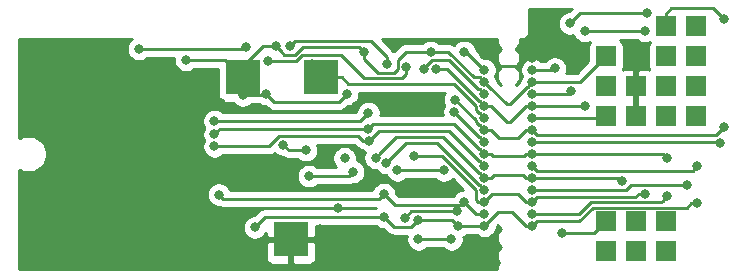
<source format=gbr>
G04 #@! TF.GenerationSoftware,KiCad,Pcbnew,(5.1.5)-3*
G04 #@! TF.CreationDate,2020-02-17T19:32:57-05:00*
G04 #@! TF.ProjectId,PicoTrackerWSPR1Rev6,5069636f-5472-4616-936b-657257535052,rev?*
G04 #@! TF.SameCoordinates,Original*
G04 #@! TF.FileFunction,Copper,L2,Bot*
G04 #@! TF.FilePolarity,Positive*
%FSLAX46Y46*%
G04 Gerber Fmt 4.6, Leading zero omitted, Abs format (unit mm)*
G04 Created by KiCad (PCBNEW (5.1.5)-3) date 2020-02-17 19:32:57*
%MOMM*%
%LPD*%
G04 APERTURE LIST*
%ADD10R,1.700000X1.700000*%
%ADD11R,3.000000X3.000000*%
%ADD12C,0.800000*%
%ADD13C,0.250000*%
%ADD14C,0.254000*%
G04 APERTURE END LIST*
D10*
X127571500Y-85217000D03*
X127571500Y-87757000D03*
X127571500Y-73787000D03*
X127571500Y-76327000D03*
X127571500Y-71247000D03*
D11*
X100901500Y-86741000D03*
X103441500Y-73025000D03*
D10*
X130111500Y-76327000D03*
X132651500Y-71247000D03*
X135191500Y-71247000D03*
X132651500Y-73787000D03*
X135191500Y-73787000D03*
X132651500Y-85217000D03*
X130111500Y-85217000D03*
X132651500Y-87757000D03*
X130111500Y-87757000D03*
X135191500Y-76327000D03*
X132651500Y-76327000D03*
X132651500Y-68707000D03*
X135191500Y-68707000D03*
X130111500Y-73787000D03*
D11*
X96837500Y-73025000D03*
D12*
X106426000Y-75438000D03*
X110998000Y-75692000D03*
X101092000Y-87376000D03*
X121348500Y-71374000D03*
X117284500Y-71120000D03*
X86868000Y-74676000D03*
X78740000Y-76962000D03*
X78740000Y-82042000D03*
X89408000Y-72136000D03*
X98806000Y-80772000D03*
X95758000Y-81534000D03*
X100838000Y-80772000D03*
X104902000Y-84074000D03*
X103378000Y-85852000D03*
X104394000Y-87884000D03*
X95504000Y-88392000D03*
X111188500Y-82169000D03*
X114046000Y-82550000D03*
X94996000Y-75184000D03*
X102191674Y-79174799D03*
X96837500Y-74549000D03*
X92027872Y-71543793D03*
X105450095Y-79846010D03*
X109918500Y-80899000D03*
X113850844Y-80894336D03*
X100244667Y-78702273D03*
X112731107Y-70860635D03*
X117279840Y-73410660D03*
X121348500Y-73406000D03*
X98806000Y-74422008D03*
X105664000Y-74422000D03*
X107082608Y-70850034D03*
X99631500Y-70358000D03*
X102806500Y-74041000D03*
X102679500Y-71845010D03*
X117279840Y-76458660D03*
X121348500Y-76454000D03*
X113202962Y-72299990D03*
X117279840Y-75442660D03*
X121348500Y-75438000D03*
X125793500Y-75438000D03*
X130873500Y-69088000D03*
X125793500Y-69088000D03*
X112202949Y-72299990D03*
X117279840Y-74426660D03*
X121348500Y-74422000D03*
X124523500Y-68453000D03*
X124613510Y-74168000D03*
X131064000Y-67563998D03*
X108775500Y-82896980D03*
X110536956Y-84926941D03*
X94794653Y-82934109D03*
X117279844Y-84577336D03*
X121348488Y-84582000D03*
X132778500Y-83058000D03*
X114959249Y-84357932D03*
X115570000Y-83566000D03*
X108775500Y-84836000D03*
X111655107Y-85096047D03*
X97853500Y-85725000D03*
X117284500Y-85598000D03*
X121348500Y-85598000D03*
X135318500Y-83693000D03*
X115088510Y-85603906D03*
X117279840Y-82545340D03*
X121348500Y-82550000D03*
X134402476Y-82141976D03*
X108966000Y-80264000D03*
X111331290Y-79668998D03*
X117284500Y-83566000D03*
X121348500Y-83566000D03*
X130903779Y-82866986D03*
X117284500Y-72390000D03*
X121348500Y-72390000D03*
X123253500Y-72263000D03*
X123888500Y-86233000D03*
X115570000Y-70866000D03*
X117284500Y-81534000D03*
X121348500Y-81534000D03*
X128968500Y-81788000D03*
X108069909Y-79820102D03*
X94424500Y-78867000D03*
X107542381Y-78398136D03*
X117284500Y-80518000D03*
X121348500Y-80518000D03*
X135318500Y-80518000D03*
X94424500Y-77851000D03*
X107468658Y-77397923D03*
X117284500Y-79502000D03*
X121348500Y-79502000D03*
X132778500Y-79883000D03*
X114795448Y-74892555D03*
X117284500Y-77470000D03*
X121348500Y-77470000D03*
X137541527Y-77212068D03*
X137541527Y-68072000D03*
X114744500Y-75946000D03*
X117284500Y-78486000D03*
X121348500Y-78486000D03*
X137223500Y-78613000D03*
X94424500Y-76708000D03*
X107464512Y-76021664D03*
X114490500Y-86741000D03*
X111696500Y-86741000D03*
X109050286Y-71881855D03*
X100838000Y-70358000D03*
X88015502Y-70612000D03*
X110653961Y-72173747D03*
X98937522Y-71628000D03*
X97083591Y-70435916D03*
X102425500Y-81366052D03*
X106172000Y-81026000D03*
D13*
X117284500Y-71120000D02*
X117850185Y-71374000D01*
X117850185Y-71374000D02*
X118549742Y-72073557D01*
X118549742Y-72073557D02*
X120083258Y-72073557D01*
X120782815Y-71374000D02*
X121348500Y-71374000D01*
X120083258Y-72073557D02*
X120782815Y-71374000D01*
X96837500Y-74549000D02*
X96837500Y-73025000D01*
X113846180Y-80899000D02*
X113850844Y-80894336D01*
X109918500Y-80899000D02*
X113846180Y-80899000D01*
X102191674Y-79174799D02*
X100717193Y-79174799D01*
X100717193Y-79174799D02*
X100244667Y-78702273D01*
X117689159Y-73810659D02*
X119157472Y-75278972D01*
X119157472Y-75278972D02*
X119449869Y-75278972D01*
X117679839Y-73810659D02*
X117689159Y-73810659D01*
X117279840Y-73410660D02*
X117679839Y-73810659D01*
X119449869Y-75278972D02*
X120922842Y-73805999D01*
X120922842Y-73805999D02*
X120948501Y-73805999D01*
X120948501Y-73805999D02*
X121348500Y-73406000D01*
X125412500Y-73406000D02*
X127571500Y-71247000D01*
X121348500Y-73406000D02*
X125412500Y-73406000D01*
X96837500Y-74549000D02*
X98679008Y-74549000D01*
X98679008Y-74549000D02*
X98806000Y-74422008D01*
X99459991Y-75075999D02*
X105010001Y-75075999D01*
X105010001Y-75075999D02*
X105264001Y-74821999D01*
X98806000Y-74422008D02*
X99459991Y-75075999D01*
X105264001Y-74821999D02*
X105664000Y-74422000D01*
X116387659Y-73010661D02*
X116879841Y-73010661D01*
X112731107Y-70860635D02*
X114237633Y-70860635D01*
X114237633Y-70860635D02*
X116387659Y-73010661D01*
X116879841Y-73010661D02*
X117279840Y-73410660D01*
X109928951Y-71571415D02*
X109928951Y-72267419D01*
X108292723Y-72607001D02*
X107115347Y-71429625D01*
X107096514Y-70863940D02*
X107082608Y-70850034D01*
X109589369Y-72607001D02*
X108292723Y-72607001D01*
X107115347Y-70863940D02*
X107096514Y-70863940D01*
X110639730Y-70860635D02*
X109928951Y-71571415D01*
X107115347Y-71429625D02*
X107115347Y-70863940D01*
X112731107Y-70860635D02*
X110639730Y-70860635D01*
X109928951Y-72267419D02*
X109589369Y-72607001D01*
X92027872Y-71543793D02*
X95356293Y-71543793D01*
X95356293Y-71543793D02*
X96837500Y-73025000D01*
X100031499Y-70757999D02*
X99631500Y-70358000D01*
X101249501Y-71083001D02*
X100356501Y-71083001D01*
X96837500Y-73025000D02*
X96837500Y-72042668D01*
X96837500Y-72042668D02*
X98522168Y-70358000D01*
X100356501Y-71083001D02*
X100031499Y-70757999D01*
X101882467Y-70450035D02*
X101249501Y-71083001D01*
X99065815Y-70358000D02*
X99631500Y-70358000D01*
X106682609Y-70450035D02*
X101882467Y-70450035D01*
X107082608Y-70850034D02*
X106682609Y-70450035D01*
X98522168Y-70358000D02*
X99065815Y-70358000D01*
X127444500Y-76454000D02*
X127571500Y-76327000D01*
X121348500Y-76454000D02*
X127444500Y-76454000D01*
X105191500Y-73025000D02*
X105710938Y-73544438D01*
X105710938Y-73544438D02*
X114697523Y-73544438D01*
X116822837Y-76058661D02*
X116879841Y-76058661D01*
X116554838Y-75790662D02*
X116822837Y-76058661D01*
X103441500Y-73025000D02*
X105191500Y-73025000D01*
X114697523Y-73544438D02*
X116554838Y-75401753D01*
X116554838Y-75401753D02*
X116554838Y-75790662D01*
X116879841Y-76058661D02*
X117279840Y-76458660D01*
X113202962Y-72299990D02*
X114089486Y-72299990D01*
X114089486Y-72299990D02*
X116832157Y-75042661D01*
X116832157Y-75042661D02*
X116879841Y-75042661D01*
X116879841Y-75042661D02*
X117279840Y-75442660D01*
X117279840Y-75442660D02*
X117845525Y-75442660D01*
X117845525Y-75442660D02*
X119205837Y-76802972D01*
X119205837Y-76802972D02*
X119417843Y-76802972D01*
X119417843Y-76802972D02*
X120782815Y-75438000D01*
X120782815Y-75438000D02*
X121348500Y-75438000D01*
X121348500Y-75438000D02*
X125793500Y-75438000D01*
X125793500Y-69088000D02*
X130873500Y-69088000D01*
X121348500Y-74422000D02*
X124359510Y-74422000D01*
X124359510Y-74422000D02*
X124613510Y-74168000D01*
X130498315Y-67563998D02*
X131064000Y-67563998D01*
X124523500Y-68453000D02*
X125412502Y-67563998D01*
X125412502Y-67563998D02*
X130498315Y-67563998D01*
X114315575Y-71574988D02*
X116767248Y-74026661D01*
X112202949Y-72299990D02*
X112202949Y-72226999D01*
X116767248Y-74026661D02*
X116879841Y-74026661D01*
X112202949Y-72226999D02*
X112854960Y-71574988D01*
X116879841Y-74026661D02*
X117279840Y-74426660D01*
X112854960Y-71574988D02*
X114315575Y-71574988D01*
X126275099Y-83591988D02*
X132244512Y-83591988D01*
X132244512Y-83591988D02*
X132378501Y-83457999D01*
X125285087Y-84582000D02*
X126275099Y-83591988D01*
X132378501Y-83457999D02*
X132778500Y-83058000D01*
X121348488Y-84582000D02*
X125285087Y-84582000D01*
X95172544Y-83312000D02*
X94794653Y-82934109D01*
X108775500Y-82896980D02*
X108360480Y-83312000D01*
X108360480Y-83312000D02*
X95172544Y-83312000D01*
X114393564Y-84357932D02*
X114959249Y-84357932D01*
X111105965Y-84357932D02*
X114393564Y-84357932D01*
X110536956Y-84926941D02*
X111105965Y-84357932D01*
X115969999Y-83965999D02*
X115570000Y-83566000D01*
X116581336Y-84577336D02*
X115969999Y-83965999D01*
X117279844Y-84577336D02*
X116581336Y-84577336D01*
X115316000Y-83820000D02*
X115570000Y-83566000D01*
X108775500Y-82896980D02*
X109698520Y-83820000D01*
X109698520Y-83820000D02*
X115316000Y-83820000D01*
X111255108Y-85496046D02*
X111655107Y-85096047D01*
X108775500Y-84836000D02*
X109591442Y-85651942D01*
X109591442Y-85651942D02*
X111099212Y-85651942D01*
X98742500Y-84836000D02*
X97853500Y-85725000D01*
X108775500Y-84836000D02*
X98742500Y-84836000D01*
X117284500Y-85598000D02*
X118459528Y-84422972D01*
X118459528Y-84422972D02*
X119607787Y-84422972D01*
X119607787Y-84422972D02*
X120782815Y-85598000D01*
X120782815Y-85598000D02*
X121348500Y-85598000D01*
X111099212Y-85651942D02*
X111255108Y-85496046D01*
X121348500Y-85598000D02*
X121748499Y-85198001D01*
X121748499Y-85198001D02*
X125305497Y-85198001D01*
X134752815Y-83693000D02*
X135318500Y-83693000D01*
X126461499Y-84041999D02*
X134403816Y-84041999D01*
X134403816Y-84041999D02*
X134752815Y-83693000D01*
X125305497Y-85198001D02*
X126461499Y-84041999D01*
X114580651Y-85096047D02*
X115088510Y-85603906D01*
X115088510Y-85603906D02*
X117278594Y-85603906D01*
X117278594Y-85603906D02*
X117284500Y-85598000D01*
X111655107Y-85096047D02*
X114580651Y-85096047D01*
X129687528Y-82141976D02*
X133836791Y-82141976D01*
X133836791Y-82141976D02*
X134402476Y-82141976D01*
X121348500Y-82550000D02*
X129279504Y-82550000D01*
X129279504Y-82550000D02*
X129687528Y-82141976D01*
X116879841Y-82145341D02*
X116822837Y-82145341D01*
X113271497Y-78594001D02*
X110635999Y-78594001D01*
X110635999Y-78594001D02*
X109365999Y-79864001D01*
X116822837Y-82145341D02*
X113271497Y-78594001D01*
X109365999Y-79864001D02*
X108966000Y-80264000D01*
X117279840Y-82545340D02*
X116879841Y-82145341D01*
X111331290Y-79668998D02*
X113710083Y-79668998D01*
X113710083Y-79668998D02*
X116554838Y-82513753D01*
X116554838Y-82513753D02*
X116554838Y-83402023D01*
X116554838Y-83402023D02*
X116718815Y-83566000D01*
X116718815Y-83566000D02*
X117284500Y-83566000D01*
X117284500Y-83566000D02*
X117951528Y-82898972D01*
X117951528Y-82898972D02*
X120115787Y-82898972D01*
X120115787Y-82898972D02*
X120782815Y-83566000D01*
X120782815Y-83566000D02*
X121348500Y-83566000D01*
X130338094Y-82866986D02*
X130903779Y-82866986D01*
X121772523Y-83141977D02*
X130063103Y-83141977D01*
X130063103Y-83141977D02*
X130338094Y-82866986D01*
X121348500Y-83566000D02*
X121772523Y-83141977D01*
X121348500Y-72390000D02*
X123126500Y-72390000D01*
X123126500Y-72390000D02*
X123253500Y-72263000D01*
X126555500Y-86233000D02*
X127571500Y-85217000D01*
X123888500Y-86233000D02*
X126555500Y-86233000D01*
X115760500Y-70866000D02*
X115570000Y-70866000D01*
X117284500Y-72390000D02*
X115760500Y-70866000D01*
X117284500Y-81534000D02*
X117850185Y-81534000D01*
X117850185Y-81534000D02*
X118104185Y-81280000D01*
X118104185Y-81280000D02*
X120528815Y-81280000D01*
X120528815Y-81280000D02*
X120782815Y-81534000D01*
X120782815Y-81534000D02*
X121348500Y-81534000D01*
X128714500Y-81534000D02*
X128968500Y-81788000D01*
X121348500Y-81534000D02*
X128714500Y-81534000D01*
X117284500Y-81534000D02*
X116884501Y-81134001D01*
X108469908Y-79420103D02*
X108069909Y-79820102D01*
X113779497Y-78086001D02*
X109804010Y-78086001D01*
X116827497Y-81134001D02*
X113779497Y-78086001D01*
X116884501Y-81134001D02*
X116827497Y-81134001D01*
X109804010Y-78086001D02*
X108469908Y-79420103D01*
X99896666Y-77977272D02*
X106555832Y-77977272D01*
X106976696Y-78398136D02*
X107542381Y-78398136D01*
X106555832Y-77977272D02*
X106976696Y-78398136D01*
X94424500Y-78867000D02*
X99006938Y-78867000D01*
X99006938Y-78867000D02*
X99896666Y-77977272D01*
X116827497Y-80118001D02*
X116884501Y-80118001D01*
X114287497Y-77578001D02*
X116827497Y-80118001D01*
X107542381Y-78398136D02*
X108362516Y-77578001D01*
X108362516Y-77578001D02*
X114287497Y-77578001D01*
X116884501Y-80118001D02*
X117284500Y-80518000D01*
X121348500Y-80518000D02*
X121748499Y-80917999D01*
X134918501Y-80917999D02*
X135318500Y-80518000D01*
X121748499Y-80917999D02*
X134918501Y-80917999D01*
X106902973Y-77397923D02*
X107468658Y-77397923D01*
X94424500Y-77851000D02*
X94877577Y-77397923D01*
X116827497Y-79102001D02*
X116884501Y-79102001D01*
X107868657Y-76997924D02*
X114723420Y-76997924D01*
X107468658Y-77397923D02*
X107868657Y-76997924D01*
X114723420Y-76997924D02*
X116827497Y-79102001D01*
X116884501Y-79102001D02*
X117284500Y-79502000D01*
X117284500Y-79502000D02*
X117850185Y-79502000D01*
X117850185Y-79502000D02*
X118018514Y-79670329D01*
X118018514Y-79670329D02*
X120614486Y-79670329D01*
X120614486Y-79670329D02*
X120782815Y-79502000D01*
X120782815Y-79502000D02*
X121348500Y-79502000D01*
X94877577Y-77397923D02*
X106902973Y-77397923D01*
X132397500Y-79502000D02*
X132778500Y-79883000D01*
X121348500Y-79502000D02*
X132397500Y-79502000D01*
X116559498Y-76656605D02*
X116559498Y-76802002D01*
X116827497Y-77070001D02*
X116884501Y-77070001D01*
X116559498Y-76802002D02*
X116827497Y-77070001D01*
X114795448Y-74892555D02*
X116559498Y-76656605D01*
X116884501Y-77070001D02*
X117284500Y-77470000D01*
X117284500Y-77470000D02*
X117850185Y-77470000D01*
X117850185Y-77470000D02*
X118518184Y-78137999D01*
X118518184Y-78137999D02*
X120114816Y-78137999D01*
X120114816Y-78137999D02*
X120782815Y-77470000D01*
X120782815Y-77470000D02*
X121348500Y-77470000D01*
X121348500Y-77470000D02*
X121748499Y-77869999D01*
X121748499Y-77869999D02*
X136883596Y-77869999D01*
X136883596Y-77869999D02*
X137541527Y-77212068D01*
X132651500Y-68707000D02*
X132651500Y-67607000D01*
X137141528Y-67672001D02*
X137541527Y-68072000D01*
X133094499Y-67164001D02*
X136633528Y-67164001D01*
X132651500Y-67607000D02*
X133094499Y-67164001D01*
X136633528Y-67164001D02*
X137141528Y-67672001D01*
X115144499Y-76403003D02*
X116827497Y-78086001D01*
X114744500Y-75946000D02*
X115144499Y-76345999D01*
X115144499Y-76345999D02*
X115144499Y-76403003D01*
X116827497Y-78086001D02*
X116884501Y-78086001D01*
X116884501Y-78086001D02*
X117284500Y-78486000D01*
X121348500Y-78486000D02*
X137096500Y-78486000D01*
X137096500Y-78486000D02*
X137223500Y-78613000D01*
X94424500Y-76708000D02*
X106778176Y-76708000D01*
X106778176Y-76708000D02*
X107464512Y-76021664D01*
X114490500Y-86741000D02*
X111696500Y-86741000D01*
X109050286Y-71881855D02*
X109050286Y-71316170D01*
X109050286Y-71316170D02*
X107692117Y-69958001D01*
X107692117Y-69958001D02*
X101237999Y-69958001D01*
X101237999Y-69958001D02*
X100838000Y-70358000D01*
X107095929Y-73094427D02*
X105121511Y-71120009D01*
X105121511Y-71120009D02*
X101848904Y-71120009D01*
X99503207Y-71628000D02*
X98937522Y-71628000D01*
X110653961Y-72739432D02*
X110298966Y-73094427D01*
X101848904Y-71120009D02*
X101340913Y-71628000D01*
X101340913Y-71628000D02*
X99503207Y-71628000D01*
X110298966Y-73094427D02*
X107095929Y-73094427D01*
X110653961Y-72173747D02*
X110653961Y-72739432D01*
X96907507Y-70612000D02*
X97083591Y-70435916D01*
X88015502Y-70612000D02*
X96907507Y-70612000D01*
X102425500Y-81366052D02*
X105831948Y-81366052D01*
X105831948Y-81366052D02*
X106172000Y-81026000D01*
D14*
G36*
X87355728Y-69808063D02*
G01*
X87211565Y-69952226D01*
X87098297Y-70121744D01*
X87020276Y-70310102D01*
X86980502Y-70510061D01*
X86980502Y-70713939D01*
X87020276Y-70913898D01*
X87098297Y-71102256D01*
X87211565Y-71271774D01*
X87355728Y-71415937D01*
X87525246Y-71529205D01*
X87713604Y-71607226D01*
X87913563Y-71647000D01*
X88117441Y-71647000D01*
X88317400Y-71607226D01*
X88505758Y-71529205D01*
X88675276Y-71415937D01*
X88719213Y-71372000D01*
X91006767Y-71372000D01*
X90992872Y-71441854D01*
X90992872Y-71645732D01*
X91032646Y-71845691D01*
X91110667Y-72034049D01*
X91223935Y-72203567D01*
X91368098Y-72347730D01*
X91537616Y-72460998D01*
X91725974Y-72539019D01*
X91925933Y-72578793D01*
X92129811Y-72578793D01*
X92329770Y-72539019D01*
X92518128Y-72460998D01*
X92687646Y-72347730D01*
X92731583Y-72303793D01*
X94699428Y-72303793D01*
X94699428Y-74525000D01*
X94711688Y-74649482D01*
X94747998Y-74769180D01*
X94806963Y-74879494D01*
X94886315Y-74976185D01*
X94983006Y-75055537D01*
X95093320Y-75114502D01*
X95213018Y-75150812D01*
X95337500Y-75163072D01*
X96003026Y-75163072D01*
X96033563Y-75208774D01*
X96177726Y-75352937D01*
X96347244Y-75466205D01*
X96535602Y-75544226D01*
X96735561Y-75584000D01*
X96939439Y-75584000D01*
X97139398Y-75544226D01*
X97327756Y-75466205D01*
X97497274Y-75352937D01*
X97541211Y-75309000D01*
X98270527Y-75309000D01*
X98315744Y-75339213D01*
X98504102Y-75417234D01*
X98704061Y-75457008D01*
X98766198Y-75457008D01*
X98896191Y-75587001D01*
X98919990Y-75616000D01*
X98948988Y-75639798D01*
X99035714Y-75710973D01*
X99105836Y-75748454D01*
X99167744Y-75781545D01*
X99311005Y-75825002D01*
X99422658Y-75835999D01*
X99422668Y-75835999D01*
X99459991Y-75839675D01*
X99497314Y-75835999D01*
X104972679Y-75835999D01*
X105010001Y-75839675D01*
X105047323Y-75835999D01*
X105047334Y-75835999D01*
X105158987Y-75825002D01*
X105302248Y-75781545D01*
X105434277Y-75710973D01*
X105550002Y-75616000D01*
X105573805Y-75586996D01*
X105703801Y-75457000D01*
X105765939Y-75457000D01*
X105965898Y-75417226D01*
X106154256Y-75339205D01*
X106323774Y-75225937D01*
X106467937Y-75081774D01*
X106581205Y-74912256D01*
X106659226Y-74723898D01*
X106699000Y-74523939D01*
X106699000Y-74320061D01*
X106695892Y-74304438D01*
X113943631Y-74304438D01*
X113878243Y-74402299D01*
X113800222Y-74590657D01*
X113760448Y-74790616D01*
X113760448Y-74994494D01*
X113800222Y-75194453D01*
X113877395Y-75380764D01*
X113827295Y-75455744D01*
X113749274Y-75644102D01*
X113709500Y-75844061D01*
X113709500Y-76047939D01*
X113747290Y-76237924D01*
X108476772Y-76237924D01*
X108499512Y-76123603D01*
X108499512Y-75919725D01*
X108459738Y-75719766D01*
X108381717Y-75531408D01*
X108268449Y-75361890D01*
X108124286Y-75217727D01*
X107954768Y-75104459D01*
X107766410Y-75026438D01*
X107566451Y-74986664D01*
X107362573Y-74986664D01*
X107162614Y-75026438D01*
X106974256Y-75104459D01*
X106804738Y-75217727D01*
X106660575Y-75361890D01*
X106547307Y-75531408D01*
X106469286Y-75719766D01*
X106429512Y-75919725D01*
X106429512Y-75948000D01*
X95128211Y-75948000D01*
X95084274Y-75904063D01*
X94914756Y-75790795D01*
X94726398Y-75712774D01*
X94526439Y-75673000D01*
X94322561Y-75673000D01*
X94122602Y-75712774D01*
X93934244Y-75790795D01*
X93764726Y-75904063D01*
X93620563Y-76048226D01*
X93507295Y-76217744D01*
X93429274Y-76406102D01*
X93389500Y-76606061D01*
X93389500Y-76809939D01*
X93429274Y-77009898D01*
X93507295Y-77198256D01*
X93561580Y-77279500D01*
X93507295Y-77360744D01*
X93429274Y-77549102D01*
X93389500Y-77749061D01*
X93389500Y-77952939D01*
X93429274Y-78152898D01*
X93507295Y-78341256D01*
X93519151Y-78359000D01*
X93507295Y-78376744D01*
X93429274Y-78565102D01*
X93389500Y-78765061D01*
X93389500Y-78968939D01*
X93429274Y-79168898D01*
X93507295Y-79357256D01*
X93620563Y-79526774D01*
X93764726Y-79670937D01*
X93934244Y-79784205D01*
X94122602Y-79862226D01*
X94322561Y-79902000D01*
X94526439Y-79902000D01*
X94726398Y-79862226D01*
X94914756Y-79784205D01*
X95084274Y-79670937D01*
X95128211Y-79627000D01*
X98969616Y-79627000D01*
X99006938Y-79630676D01*
X99044260Y-79627000D01*
X99044271Y-79627000D01*
X99155924Y-79616003D01*
X99299185Y-79572546D01*
X99431214Y-79501974D01*
X99513295Y-79434612D01*
X99584893Y-79506210D01*
X99754411Y-79619478D01*
X99942769Y-79697499D01*
X100142728Y-79737273D01*
X100204575Y-79737273D01*
X100292917Y-79809773D01*
X100424946Y-79880345D01*
X100568207Y-79923802D01*
X100679860Y-79934799D01*
X100679868Y-79934799D01*
X100717193Y-79938475D01*
X100754518Y-79934799D01*
X101487963Y-79934799D01*
X101531900Y-79978736D01*
X101701418Y-80092004D01*
X101889776Y-80170025D01*
X102089735Y-80209799D01*
X102293613Y-80209799D01*
X102493572Y-80170025D01*
X102681930Y-80092004D01*
X102851448Y-79978736D01*
X102995611Y-79834573D01*
X103108879Y-79665055D01*
X103186900Y-79476697D01*
X103226674Y-79276738D01*
X103226674Y-79072860D01*
X103186900Y-78872901D01*
X103130720Y-78737272D01*
X106241031Y-78737272D01*
X106412892Y-78909133D01*
X106436695Y-78938137D01*
X106552420Y-79033110D01*
X106626786Y-79072860D01*
X106684449Y-79103682D01*
X106827657Y-79147123D01*
X106882607Y-79202073D01*
X107052125Y-79315341D01*
X107143103Y-79353025D01*
X107074683Y-79518204D01*
X107034909Y-79718163D01*
X107034909Y-79922041D01*
X107074683Y-80122000D01*
X107152704Y-80310358D01*
X107265972Y-80479876D01*
X107410135Y-80624039D01*
X107579653Y-80737307D01*
X107768011Y-80815328D01*
X107967970Y-80855102D01*
X108116178Y-80855102D01*
X108162063Y-80923774D01*
X108306226Y-81067937D01*
X108475744Y-81181205D01*
X108664102Y-81259226D01*
X108864061Y-81299000D01*
X108963909Y-81299000D01*
X109001295Y-81389256D01*
X109114563Y-81558774D01*
X109258726Y-81702937D01*
X109428244Y-81816205D01*
X109616602Y-81894226D01*
X109816561Y-81934000D01*
X110020439Y-81934000D01*
X110220398Y-81894226D01*
X110408756Y-81816205D01*
X110578274Y-81702937D01*
X110622211Y-81659000D01*
X113151797Y-81659000D01*
X113191070Y-81698273D01*
X113360588Y-81811541D01*
X113548946Y-81889562D01*
X113748905Y-81929336D01*
X113952783Y-81929336D01*
X114152742Y-81889562D01*
X114341100Y-81811541D01*
X114510618Y-81698273D01*
X114587587Y-81621304D01*
X115497283Y-82531000D01*
X115468061Y-82531000D01*
X115268102Y-82570774D01*
X115079744Y-82648795D01*
X114910226Y-82762063D01*
X114766063Y-82906226D01*
X114663315Y-83060000D01*
X110013322Y-83060000D01*
X109810500Y-82857178D01*
X109810500Y-82795041D01*
X109770726Y-82595082D01*
X109692705Y-82406724D01*
X109579437Y-82237206D01*
X109435274Y-82093043D01*
X109265756Y-81979775D01*
X109077398Y-81901754D01*
X108877439Y-81861980D01*
X108673561Y-81861980D01*
X108473602Y-81901754D01*
X108285244Y-81979775D01*
X108115726Y-82093043D01*
X107971563Y-82237206D01*
X107858295Y-82406724D01*
X107798119Y-82552000D01*
X95756654Y-82552000D01*
X95711858Y-82443853D01*
X95598590Y-82274335D01*
X95454427Y-82130172D01*
X95284909Y-82016904D01*
X95096551Y-81938883D01*
X94896592Y-81899109D01*
X94692714Y-81899109D01*
X94492755Y-81938883D01*
X94304397Y-82016904D01*
X94134879Y-82130172D01*
X93990716Y-82274335D01*
X93877448Y-82443853D01*
X93799427Y-82632211D01*
X93759653Y-82832170D01*
X93759653Y-83036048D01*
X93799427Y-83236007D01*
X93877448Y-83424365D01*
X93990716Y-83593883D01*
X94134879Y-83738046D01*
X94304397Y-83851314D01*
X94492755Y-83929335D01*
X94692714Y-83969109D01*
X94789679Y-83969109D01*
X94843730Y-83998000D01*
X94880297Y-84017546D01*
X95023558Y-84061003D01*
X95172544Y-84075677D01*
X95209877Y-84072000D01*
X108075789Y-84072000D01*
X108071789Y-84076000D01*
X98779823Y-84076000D01*
X98742500Y-84072324D01*
X98705177Y-84076000D01*
X98705167Y-84076000D01*
X98593514Y-84086997D01*
X98450253Y-84130454D01*
X98318224Y-84201026D01*
X98202499Y-84295999D01*
X98178701Y-84324997D01*
X97813698Y-84690000D01*
X97751561Y-84690000D01*
X97551602Y-84729774D01*
X97363244Y-84807795D01*
X97193726Y-84921063D01*
X97049563Y-85065226D01*
X96936295Y-85234744D01*
X96858274Y-85423102D01*
X96818500Y-85623061D01*
X96818500Y-85826939D01*
X96858274Y-86026898D01*
X96936295Y-86215256D01*
X97049563Y-86384774D01*
X97193726Y-86528937D01*
X97363244Y-86642205D01*
X97551602Y-86720226D01*
X97751561Y-86760000D01*
X97955439Y-86760000D01*
X98155398Y-86720226D01*
X98343756Y-86642205D01*
X98513274Y-86528937D01*
X98657437Y-86384774D01*
X98765911Y-86222431D01*
X98766500Y-86455250D01*
X98925250Y-86614000D01*
X100774500Y-86614000D01*
X100774500Y-86594000D01*
X101028500Y-86594000D01*
X101028500Y-86614000D01*
X102877750Y-86614000D01*
X103036500Y-86455250D01*
X103038674Y-85596000D01*
X108071789Y-85596000D01*
X108115726Y-85639937D01*
X108285244Y-85753205D01*
X108473602Y-85831226D01*
X108673561Y-85871000D01*
X108735698Y-85871000D01*
X109027643Y-86162944D01*
X109051441Y-86191943D01*
X109167166Y-86286916D01*
X109299195Y-86357488D01*
X109442456Y-86400945D01*
X109554109Y-86411942D01*
X109554118Y-86411942D01*
X109591441Y-86415618D01*
X109628764Y-86411942D01*
X110712524Y-86411942D01*
X110701274Y-86439102D01*
X110661500Y-86639061D01*
X110661500Y-86842939D01*
X110701274Y-87042898D01*
X110779295Y-87231256D01*
X110892563Y-87400774D01*
X111036726Y-87544937D01*
X111206244Y-87658205D01*
X111394602Y-87736226D01*
X111594561Y-87776000D01*
X111798439Y-87776000D01*
X111998398Y-87736226D01*
X112186756Y-87658205D01*
X112356274Y-87544937D01*
X112400211Y-87501000D01*
X113786789Y-87501000D01*
X113830726Y-87544937D01*
X114000244Y-87658205D01*
X114188602Y-87736226D01*
X114388561Y-87776000D01*
X114592439Y-87776000D01*
X114792398Y-87736226D01*
X114980756Y-87658205D01*
X115150274Y-87544937D01*
X115294437Y-87400774D01*
X115407705Y-87231256D01*
X115485726Y-87042898D01*
X115525500Y-86842939D01*
X115525500Y-86639061D01*
X115507879Y-86550474D01*
X115578766Y-86521111D01*
X115748284Y-86407843D01*
X115792221Y-86363906D01*
X116586695Y-86363906D01*
X116624726Y-86401937D01*
X116794244Y-86515205D01*
X116982602Y-86593226D01*
X117182561Y-86633000D01*
X117386439Y-86633000D01*
X117586398Y-86593226D01*
X117774756Y-86515205D01*
X117944274Y-86401937D01*
X118088437Y-86257774D01*
X118201705Y-86088256D01*
X118279726Y-85899898D01*
X118319500Y-85699939D01*
X118319500Y-85637801D01*
X118431645Y-85525657D01*
X118444297Y-85556202D01*
X118552007Y-85717403D01*
X118686604Y-85852000D01*
X118552007Y-85986597D01*
X118444297Y-86147798D01*
X118370104Y-86326914D01*
X118332281Y-86517063D01*
X118332281Y-86710937D01*
X118370104Y-86901086D01*
X118444297Y-87080202D01*
X118552007Y-87241403D01*
X118686604Y-87376000D01*
X118552007Y-87510597D01*
X118444297Y-87671798D01*
X118370104Y-87850914D01*
X118332281Y-88041063D01*
X118332281Y-88234937D01*
X118370104Y-88425086D01*
X118444297Y-88604202D01*
X118514654Y-88709500D01*
X118444297Y-88814798D01*
X118370104Y-88993914D01*
X118332281Y-89184063D01*
X118332281Y-89231000D01*
X77901000Y-89231000D01*
X77901000Y-88241000D01*
X98763428Y-88241000D01*
X98775688Y-88365482D01*
X98811998Y-88485180D01*
X98870963Y-88595494D01*
X98950315Y-88692185D01*
X99047006Y-88771537D01*
X99157320Y-88830502D01*
X99277018Y-88866812D01*
X99401500Y-88879072D01*
X100615750Y-88876000D01*
X100774500Y-88717250D01*
X100774500Y-86868000D01*
X101028500Y-86868000D01*
X101028500Y-88717250D01*
X101187250Y-88876000D01*
X102401500Y-88879072D01*
X102525982Y-88866812D01*
X102645680Y-88830502D01*
X102755994Y-88771537D01*
X102852685Y-88692185D01*
X102932037Y-88595494D01*
X102991002Y-88485180D01*
X103027312Y-88365482D01*
X103039572Y-88241000D01*
X103036500Y-87026750D01*
X102877750Y-86868000D01*
X101028500Y-86868000D01*
X100774500Y-86868000D01*
X98925250Y-86868000D01*
X98766500Y-87026750D01*
X98763428Y-88241000D01*
X77901000Y-88241000D01*
X77901000Y-81264113D01*
X101390500Y-81264113D01*
X101390500Y-81467991D01*
X101430274Y-81667950D01*
X101508295Y-81856308D01*
X101621563Y-82025826D01*
X101765726Y-82169989D01*
X101935244Y-82283257D01*
X102123602Y-82361278D01*
X102323561Y-82401052D01*
X102527439Y-82401052D01*
X102727398Y-82361278D01*
X102915756Y-82283257D01*
X103085274Y-82169989D01*
X103129211Y-82126052D01*
X105794626Y-82126052D01*
X105831948Y-82129728D01*
X105869270Y-82126052D01*
X105869281Y-82126052D01*
X105980934Y-82115055D01*
X106124195Y-82071598D01*
X106144022Y-82061000D01*
X106273939Y-82061000D01*
X106473898Y-82021226D01*
X106662256Y-81943205D01*
X106831774Y-81829937D01*
X106975937Y-81685774D01*
X107089205Y-81516256D01*
X107167226Y-81327898D01*
X107207000Y-81127939D01*
X107207000Y-80924061D01*
X107167226Y-80724102D01*
X107089205Y-80535744D01*
X106975937Y-80366226D01*
X106831774Y-80222063D01*
X106662256Y-80108795D01*
X106473898Y-80030774D01*
X106468821Y-80029764D01*
X106485095Y-79947949D01*
X106485095Y-79744071D01*
X106445321Y-79544112D01*
X106367300Y-79355754D01*
X106254032Y-79186236D01*
X106109869Y-79042073D01*
X105940351Y-78928805D01*
X105751993Y-78850784D01*
X105552034Y-78811010D01*
X105348156Y-78811010D01*
X105148197Y-78850784D01*
X104959839Y-78928805D01*
X104790321Y-79042073D01*
X104646158Y-79186236D01*
X104532890Y-79355754D01*
X104454869Y-79544112D01*
X104415095Y-79744071D01*
X104415095Y-79947949D01*
X104454869Y-80147908D01*
X104532890Y-80336266D01*
X104646158Y-80505784D01*
X104746426Y-80606052D01*
X103129211Y-80606052D01*
X103085274Y-80562115D01*
X102915756Y-80448847D01*
X102727398Y-80370826D01*
X102527439Y-80331052D01*
X102323561Y-80331052D01*
X102123602Y-80370826D01*
X101935244Y-80448847D01*
X101765726Y-80562115D01*
X101621563Y-80706278D01*
X101508295Y-80875796D01*
X101430274Y-81064154D01*
X101390500Y-81264113D01*
X77901000Y-81264113D01*
X77901000Y-80861394D01*
X77937023Y-80885464D01*
X78221132Y-81003146D01*
X78522741Y-81063139D01*
X78830259Y-81063139D01*
X79131868Y-81003146D01*
X79415977Y-80885464D01*
X79671668Y-80714616D01*
X79889116Y-80497168D01*
X80059964Y-80241477D01*
X80177646Y-79957368D01*
X80237639Y-79655759D01*
X80237639Y-79348241D01*
X80177646Y-79046632D01*
X80059964Y-78762523D01*
X79889116Y-78506832D01*
X79671668Y-78289384D01*
X79415977Y-78118536D01*
X79131868Y-78000854D01*
X78830259Y-77940861D01*
X78522741Y-77940861D01*
X78221132Y-78000854D01*
X77937023Y-78118536D01*
X77901000Y-78142606D01*
X77901000Y-69773000D01*
X87408204Y-69773000D01*
X87355728Y-69808063D01*
G37*
X87355728Y-69808063D02*
X87211565Y-69952226D01*
X87098297Y-70121744D01*
X87020276Y-70310102D01*
X86980502Y-70510061D01*
X86980502Y-70713939D01*
X87020276Y-70913898D01*
X87098297Y-71102256D01*
X87211565Y-71271774D01*
X87355728Y-71415937D01*
X87525246Y-71529205D01*
X87713604Y-71607226D01*
X87913563Y-71647000D01*
X88117441Y-71647000D01*
X88317400Y-71607226D01*
X88505758Y-71529205D01*
X88675276Y-71415937D01*
X88719213Y-71372000D01*
X91006767Y-71372000D01*
X90992872Y-71441854D01*
X90992872Y-71645732D01*
X91032646Y-71845691D01*
X91110667Y-72034049D01*
X91223935Y-72203567D01*
X91368098Y-72347730D01*
X91537616Y-72460998D01*
X91725974Y-72539019D01*
X91925933Y-72578793D01*
X92129811Y-72578793D01*
X92329770Y-72539019D01*
X92518128Y-72460998D01*
X92687646Y-72347730D01*
X92731583Y-72303793D01*
X94699428Y-72303793D01*
X94699428Y-74525000D01*
X94711688Y-74649482D01*
X94747998Y-74769180D01*
X94806963Y-74879494D01*
X94886315Y-74976185D01*
X94983006Y-75055537D01*
X95093320Y-75114502D01*
X95213018Y-75150812D01*
X95337500Y-75163072D01*
X96003026Y-75163072D01*
X96033563Y-75208774D01*
X96177726Y-75352937D01*
X96347244Y-75466205D01*
X96535602Y-75544226D01*
X96735561Y-75584000D01*
X96939439Y-75584000D01*
X97139398Y-75544226D01*
X97327756Y-75466205D01*
X97497274Y-75352937D01*
X97541211Y-75309000D01*
X98270527Y-75309000D01*
X98315744Y-75339213D01*
X98504102Y-75417234D01*
X98704061Y-75457008D01*
X98766198Y-75457008D01*
X98896191Y-75587001D01*
X98919990Y-75616000D01*
X98948988Y-75639798D01*
X99035714Y-75710973D01*
X99105836Y-75748454D01*
X99167744Y-75781545D01*
X99311005Y-75825002D01*
X99422658Y-75835999D01*
X99422668Y-75835999D01*
X99459991Y-75839675D01*
X99497314Y-75835999D01*
X104972679Y-75835999D01*
X105010001Y-75839675D01*
X105047323Y-75835999D01*
X105047334Y-75835999D01*
X105158987Y-75825002D01*
X105302248Y-75781545D01*
X105434277Y-75710973D01*
X105550002Y-75616000D01*
X105573805Y-75586996D01*
X105703801Y-75457000D01*
X105765939Y-75457000D01*
X105965898Y-75417226D01*
X106154256Y-75339205D01*
X106323774Y-75225937D01*
X106467937Y-75081774D01*
X106581205Y-74912256D01*
X106659226Y-74723898D01*
X106699000Y-74523939D01*
X106699000Y-74320061D01*
X106695892Y-74304438D01*
X113943631Y-74304438D01*
X113878243Y-74402299D01*
X113800222Y-74590657D01*
X113760448Y-74790616D01*
X113760448Y-74994494D01*
X113800222Y-75194453D01*
X113877395Y-75380764D01*
X113827295Y-75455744D01*
X113749274Y-75644102D01*
X113709500Y-75844061D01*
X113709500Y-76047939D01*
X113747290Y-76237924D01*
X108476772Y-76237924D01*
X108499512Y-76123603D01*
X108499512Y-75919725D01*
X108459738Y-75719766D01*
X108381717Y-75531408D01*
X108268449Y-75361890D01*
X108124286Y-75217727D01*
X107954768Y-75104459D01*
X107766410Y-75026438D01*
X107566451Y-74986664D01*
X107362573Y-74986664D01*
X107162614Y-75026438D01*
X106974256Y-75104459D01*
X106804738Y-75217727D01*
X106660575Y-75361890D01*
X106547307Y-75531408D01*
X106469286Y-75719766D01*
X106429512Y-75919725D01*
X106429512Y-75948000D01*
X95128211Y-75948000D01*
X95084274Y-75904063D01*
X94914756Y-75790795D01*
X94726398Y-75712774D01*
X94526439Y-75673000D01*
X94322561Y-75673000D01*
X94122602Y-75712774D01*
X93934244Y-75790795D01*
X93764726Y-75904063D01*
X93620563Y-76048226D01*
X93507295Y-76217744D01*
X93429274Y-76406102D01*
X93389500Y-76606061D01*
X93389500Y-76809939D01*
X93429274Y-77009898D01*
X93507295Y-77198256D01*
X93561580Y-77279500D01*
X93507295Y-77360744D01*
X93429274Y-77549102D01*
X93389500Y-77749061D01*
X93389500Y-77952939D01*
X93429274Y-78152898D01*
X93507295Y-78341256D01*
X93519151Y-78359000D01*
X93507295Y-78376744D01*
X93429274Y-78565102D01*
X93389500Y-78765061D01*
X93389500Y-78968939D01*
X93429274Y-79168898D01*
X93507295Y-79357256D01*
X93620563Y-79526774D01*
X93764726Y-79670937D01*
X93934244Y-79784205D01*
X94122602Y-79862226D01*
X94322561Y-79902000D01*
X94526439Y-79902000D01*
X94726398Y-79862226D01*
X94914756Y-79784205D01*
X95084274Y-79670937D01*
X95128211Y-79627000D01*
X98969616Y-79627000D01*
X99006938Y-79630676D01*
X99044260Y-79627000D01*
X99044271Y-79627000D01*
X99155924Y-79616003D01*
X99299185Y-79572546D01*
X99431214Y-79501974D01*
X99513295Y-79434612D01*
X99584893Y-79506210D01*
X99754411Y-79619478D01*
X99942769Y-79697499D01*
X100142728Y-79737273D01*
X100204575Y-79737273D01*
X100292917Y-79809773D01*
X100424946Y-79880345D01*
X100568207Y-79923802D01*
X100679860Y-79934799D01*
X100679868Y-79934799D01*
X100717193Y-79938475D01*
X100754518Y-79934799D01*
X101487963Y-79934799D01*
X101531900Y-79978736D01*
X101701418Y-80092004D01*
X101889776Y-80170025D01*
X102089735Y-80209799D01*
X102293613Y-80209799D01*
X102493572Y-80170025D01*
X102681930Y-80092004D01*
X102851448Y-79978736D01*
X102995611Y-79834573D01*
X103108879Y-79665055D01*
X103186900Y-79476697D01*
X103226674Y-79276738D01*
X103226674Y-79072860D01*
X103186900Y-78872901D01*
X103130720Y-78737272D01*
X106241031Y-78737272D01*
X106412892Y-78909133D01*
X106436695Y-78938137D01*
X106552420Y-79033110D01*
X106626786Y-79072860D01*
X106684449Y-79103682D01*
X106827657Y-79147123D01*
X106882607Y-79202073D01*
X107052125Y-79315341D01*
X107143103Y-79353025D01*
X107074683Y-79518204D01*
X107034909Y-79718163D01*
X107034909Y-79922041D01*
X107074683Y-80122000D01*
X107152704Y-80310358D01*
X107265972Y-80479876D01*
X107410135Y-80624039D01*
X107579653Y-80737307D01*
X107768011Y-80815328D01*
X107967970Y-80855102D01*
X108116178Y-80855102D01*
X108162063Y-80923774D01*
X108306226Y-81067937D01*
X108475744Y-81181205D01*
X108664102Y-81259226D01*
X108864061Y-81299000D01*
X108963909Y-81299000D01*
X109001295Y-81389256D01*
X109114563Y-81558774D01*
X109258726Y-81702937D01*
X109428244Y-81816205D01*
X109616602Y-81894226D01*
X109816561Y-81934000D01*
X110020439Y-81934000D01*
X110220398Y-81894226D01*
X110408756Y-81816205D01*
X110578274Y-81702937D01*
X110622211Y-81659000D01*
X113151797Y-81659000D01*
X113191070Y-81698273D01*
X113360588Y-81811541D01*
X113548946Y-81889562D01*
X113748905Y-81929336D01*
X113952783Y-81929336D01*
X114152742Y-81889562D01*
X114341100Y-81811541D01*
X114510618Y-81698273D01*
X114587587Y-81621304D01*
X115497283Y-82531000D01*
X115468061Y-82531000D01*
X115268102Y-82570774D01*
X115079744Y-82648795D01*
X114910226Y-82762063D01*
X114766063Y-82906226D01*
X114663315Y-83060000D01*
X110013322Y-83060000D01*
X109810500Y-82857178D01*
X109810500Y-82795041D01*
X109770726Y-82595082D01*
X109692705Y-82406724D01*
X109579437Y-82237206D01*
X109435274Y-82093043D01*
X109265756Y-81979775D01*
X109077398Y-81901754D01*
X108877439Y-81861980D01*
X108673561Y-81861980D01*
X108473602Y-81901754D01*
X108285244Y-81979775D01*
X108115726Y-82093043D01*
X107971563Y-82237206D01*
X107858295Y-82406724D01*
X107798119Y-82552000D01*
X95756654Y-82552000D01*
X95711858Y-82443853D01*
X95598590Y-82274335D01*
X95454427Y-82130172D01*
X95284909Y-82016904D01*
X95096551Y-81938883D01*
X94896592Y-81899109D01*
X94692714Y-81899109D01*
X94492755Y-81938883D01*
X94304397Y-82016904D01*
X94134879Y-82130172D01*
X93990716Y-82274335D01*
X93877448Y-82443853D01*
X93799427Y-82632211D01*
X93759653Y-82832170D01*
X93759653Y-83036048D01*
X93799427Y-83236007D01*
X93877448Y-83424365D01*
X93990716Y-83593883D01*
X94134879Y-83738046D01*
X94304397Y-83851314D01*
X94492755Y-83929335D01*
X94692714Y-83969109D01*
X94789679Y-83969109D01*
X94843730Y-83998000D01*
X94880297Y-84017546D01*
X95023558Y-84061003D01*
X95172544Y-84075677D01*
X95209877Y-84072000D01*
X108075789Y-84072000D01*
X108071789Y-84076000D01*
X98779823Y-84076000D01*
X98742500Y-84072324D01*
X98705177Y-84076000D01*
X98705167Y-84076000D01*
X98593514Y-84086997D01*
X98450253Y-84130454D01*
X98318224Y-84201026D01*
X98202499Y-84295999D01*
X98178701Y-84324997D01*
X97813698Y-84690000D01*
X97751561Y-84690000D01*
X97551602Y-84729774D01*
X97363244Y-84807795D01*
X97193726Y-84921063D01*
X97049563Y-85065226D01*
X96936295Y-85234744D01*
X96858274Y-85423102D01*
X96818500Y-85623061D01*
X96818500Y-85826939D01*
X96858274Y-86026898D01*
X96936295Y-86215256D01*
X97049563Y-86384774D01*
X97193726Y-86528937D01*
X97363244Y-86642205D01*
X97551602Y-86720226D01*
X97751561Y-86760000D01*
X97955439Y-86760000D01*
X98155398Y-86720226D01*
X98343756Y-86642205D01*
X98513274Y-86528937D01*
X98657437Y-86384774D01*
X98765911Y-86222431D01*
X98766500Y-86455250D01*
X98925250Y-86614000D01*
X100774500Y-86614000D01*
X100774500Y-86594000D01*
X101028500Y-86594000D01*
X101028500Y-86614000D01*
X102877750Y-86614000D01*
X103036500Y-86455250D01*
X103038674Y-85596000D01*
X108071789Y-85596000D01*
X108115726Y-85639937D01*
X108285244Y-85753205D01*
X108473602Y-85831226D01*
X108673561Y-85871000D01*
X108735698Y-85871000D01*
X109027643Y-86162944D01*
X109051441Y-86191943D01*
X109167166Y-86286916D01*
X109299195Y-86357488D01*
X109442456Y-86400945D01*
X109554109Y-86411942D01*
X109554118Y-86411942D01*
X109591441Y-86415618D01*
X109628764Y-86411942D01*
X110712524Y-86411942D01*
X110701274Y-86439102D01*
X110661500Y-86639061D01*
X110661500Y-86842939D01*
X110701274Y-87042898D01*
X110779295Y-87231256D01*
X110892563Y-87400774D01*
X111036726Y-87544937D01*
X111206244Y-87658205D01*
X111394602Y-87736226D01*
X111594561Y-87776000D01*
X111798439Y-87776000D01*
X111998398Y-87736226D01*
X112186756Y-87658205D01*
X112356274Y-87544937D01*
X112400211Y-87501000D01*
X113786789Y-87501000D01*
X113830726Y-87544937D01*
X114000244Y-87658205D01*
X114188602Y-87736226D01*
X114388561Y-87776000D01*
X114592439Y-87776000D01*
X114792398Y-87736226D01*
X114980756Y-87658205D01*
X115150274Y-87544937D01*
X115294437Y-87400774D01*
X115407705Y-87231256D01*
X115485726Y-87042898D01*
X115525500Y-86842939D01*
X115525500Y-86639061D01*
X115507879Y-86550474D01*
X115578766Y-86521111D01*
X115748284Y-86407843D01*
X115792221Y-86363906D01*
X116586695Y-86363906D01*
X116624726Y-86401937D01*
X116794244Y-86515205D01*
X116982602Y-86593226D01*
X117182561Y-86633000D01*
X117386439Y-86633000D01*
X117586398Y-86593226D01*
X117774756Y-86515205D01*
X117944274Y-86401937D01*
X118088437Y-86257774D01*
X118201705Y-86088256D01*
X118279726Y-85899898D01*
X118319500Y-85699939D01*
X118319500Y-85637801D01*
X118431645Y-85525657D01*
X118444297Y-85556202D01*
X118552007Y-85717403D01*
X118686604Y-85852000D01*
X118552007Y-85986597D01*
X118444297Y-86147798D01*
X118370104Y-86326914D01*
X118332281Y-86517063D01*
X118332281Y-86710937D01*
X118370104Y-86901086D01*
X118444297Y-87080202D01*
X118552007Y-87241403D01*
X118686604Y-87376000D01*
X118552007Y-87510597D01*
X118444297Y-87671798D01*
X118370104Y-87850914D01*
X118332281Y-88041063D01*
X118332281Y-88234937D01*
X118370104Y-88425086D01*
X118444297Y-88604202D01*
X118514654Y-88709500D01*
X118444297Y-88814798D01*
X118370104Y-88993914D01*
X118332281Y-89184063D01*
X118332281Y-89231000D01*
X77901000Y-89231000D01*
X77901000Y-88241000D01*
X98763428Y-88241000D01*
X98775688Y-88365482D01*
X98811998Y-88485180D01*
X98870963Y-88595494D01*
X98950315Y-88692185D01*
X99047006Y-88771537D01*
X99157320Y-88830502D01*
X99277018Y-88866812D01*
X99401500Y-88879072D01*
X100615750Y-88876000D01*
X100774500Y-88717250D01*
X100774500Y-86868000D01*
X101028500Y-86868000D01*
X101028500Y-88717250D01*
X101187250Y-88876000D01*
X102401500Y-88879072D01*
X102525982Y-88866812D01*
X102645680Y-88830502D01*
X102755994Y-88771537D01*
X102852685Y-88692185D01*
X102932037Y-88595494D01*
X102991002Y-88485180D01*
X103027312Y-88365482D01*
X103039572Y-88241000D01*
X103036500Y-87026750D01*
X102877750Y-86868000D01*
X101028500Y-86868000D01*
X100774500Y-86868000D01*
X98925250Y-86868000D01*
X98766500Y-87026750D01*
X98763428Y-88241000D01*
X77901000Y-88241000D01*
X77901000Y-81264113D01*
X101390500Y-81264113D01*
X101390500Y-81467991D01*
X101430274Y-81667950D01*
X101508295Y-81856308D01*
X101621563Y-82025826D01*
X101765726Y-82169989D01*
X101935244Y-82283257D01*
X102123602Y-82361278D01*
X102323561Y-82401052D01*
X102527439Y-82401052D01*
X102727398Y-82361278D01*
X102915756Y-82283257D01*
X103085274Y-82169989D01*
X103129211Y-82126052D01*
X105794626Y-82126052D01*
X105831948Y-82129728D01*
X105869270Y-82126052D01*
X105869281Y-82126052D01*
X105980934Y-82115055D01*
X106124195Y-82071598D01*
X106144022Y-82061000D01*
X106273939Y-82061000D01*
X106473898Y-82021226D01*
X106662256Y-81943205D01*
X106831774Y-81829937D01*
X106975937Y-81685774D01*
X107089205Y-81516256D01*
X107167226Y-81327898D01*
X107207000Y-81127939D01*
X107207000Y-80924061D01*
X107167226Y-80724102D01*
X107089205Y-80535744D01*
X106975937Y-80366226D01*
X106831774Y-80222063D01*
X106662256Y-80108795D01*
X106473898Y-80030774D01*
X106468821Y-80029764D01*
X106485095Y-79947949D01*
X106485095Y-79744071D01*
X106445321Y-79544112D01*
X106367300Y-79355754D01*
X106254032Y-79186236D01*
X106109869Y-79042073D01*
X105940351Y-78928805D01*
X105751993Y-78850784D01*
X105552034Y-78811010D01*
X105348156Y-78811010D01*
X105148197Y-78850784D01*
X104959839Y-78928805D01*
X104790321Y-79042073D01*
X104646158Y-79186236D01*
X104532890Y-79355754D01*
X104454869Y-79544112D01*
X104415095Y-79744071D01*
X104415095Y-79947949D01*
X104454869Y-80147908D01*
X104532890Y-80336266D01*
X104646158Y-80505784D01*
X104746426Y-80606052D01*
X103129211Y-80606052D01*
X103085274Y-80562115D01*
X102915756Y-80448847D01*
X102727398Y-80370826D01*
X102527439Y-80331052D01*
X102323561Y-80331052D01*
X102123602Y-80370826D01*
X101935244Y-80448847D01*
X101765726Y-80562115D01*
X101621563Y-80706278D01*
X101508295Y-80875796D01*
X101430274Y-81064154D01*
X101390500Y-81264113D01*
X77901000Y-81264113D01*
X77901000Y-80861394D01*
X77937023Y-80885464D01*
X78221132Y-81003146D01*
X78522741Y-81063139D01*
X78830259Y-81063139D01*
X79131868Y-81003146D01*
X79415977Y-80885464D01*
X79671668Y-80714616D01*
X79889116Y-80497168D01*
X80059964Y-80241477D01*
X80177646Y-79957368D01*
X80237639Y-79655759D01*
X80237639Y-79348241D01*
X80177646Y-79046632D01*
X80059964Y-78762523D01*
X79889116Y-78506832D01*
X79671668Y-78289384D01*
X79415977Y-78118536D01*
X79131868Y-78000854D01*
X78830259Y-77940861D01*
X78522741Y-77940861D01*
X78221132Y-78000854D01*
X77937023Y-78118536D01*
X77901000Y-78142606D01*
X77901000Y-69773000D01*
X87408204Y-69773000D01*
X87355728Y-69808063D01*
G36*
X130213726Y-69891937D02*
G01*
X130383244Y-70005205D01*
X130571602Y-70083226D01*
X130771561Y-70123000D01*
X130975439Y-70123000D01*
X131175398Y-70083226D01*
X131270184Y-70043964D01*
X131211998Y-70152820D01*
X131175688Y-70272518D01*
X131163428Y-70397000D01*
X131163428Y-72097000D01*
X131175688Y-72221482D01*
X131211998Y-72341180D01*
X131219253Y-72354753D01*
X131205680Y-72347498D01*
X131085982Y-72311188D01*
X130961500Y-72298928D01*
X130397250Y-72302000D01*
X130238500Y-72460750D01*
X130238500Y-73660000D01*
X130258500Y-73660000D01*
X130258500Y-73914000D01*
X130238500Y-73914000D01*
X130238500Y-76200000D01*
X130258500Y-76200000D01*
X130258500Y-76454000D01*
X130238500Y-76454000D01*
X130238500Y-76474000D01*
X129984500Y-76474000D01*
X129984500Y-76454000D01*
X129964500Y-76454000D01*
X129964500Y-76200000D01*
X129984500Y-76200000D01*
X129984500Y-73914000D01*
X129964500Y-73914000D01*
X129964500Y-73660000D01*
X129984500Y-73660000D01*
X129984500Y-72460750D01*
X129825750Y-72302000D01*
X129261500Y-72298928D01*
X129137018Y-72311188D01*
X129017320Y-72347498D01*
X129003747Y-72354753D01*
X129011002Y-72341180D01*
X129047312Y-72221482D01*
X129059572Y-72097000D01*
X129059572Y-70397000D01*
X129047312Y-70272518D01*
X129011002Y-70152820D01*
X128952037Y-70042506D01*
X128872685Y-69945815D01*
X128775994Y-69866463D01*
X128741453Y-69848000D01*
X130169789Y-69848000D01*
X130213726Y-69891937D01*
G37*
X130213726Y-69891937D02*
X130383244Y-70005205D01*
X130571602Y-70083226D01*
X130771561Y-70123000D01*
X130975439Y-70123000D01*
X131175398Y-70083226D01*
X131270184Y-70043964D01*
X131211998Y-70152820D01*
X131175688Y-70272518D01*
X131163428Y-70397000D01*
X131163428Y-72097000D01*
X131175688Y-72221482D01*
X131211998Y-72341180D01*
X131219253Y-72354753D01*
X131205680Y-72347498D01*
X131085982Y-72311188D01*
X130961500Y-72298928D01*
X130397250Y-72302000D01*
X130238500Y-72460750D01*
X130238500Y-73660000D01*
X130258500Y-73660000D01*
X130258500Y-73914000D01*
X130238500Y-73914000D01*
X130238500Y-76200000D01*
X130258500Y-76200000D01*
X130258500Y-76454000D01*
X130238500Y-76454000D01*
X130238500Y-76474000D01*
X129984500Y-76474000D01*
X129984500Y-76454000D01*
X129964500Y-76454000D01*
X129964500Y-76200000D01*
X129984500Y-76200000D01*
X129984500Y-73914000D01*
X129964500Y-73914000D01*
X129964500Y-73660000D01*
X129984500Y-73660000D01*
X129984500Y-72460750D01*
X129825750Y-72302000D01*
X129261500Y-72298928D01*
X129137018Y-72311188D01*
X129017320Y-72347498D01*
X129003747Y-72354753D01*
X129011002Y-72341180D01*
X129047312Y-72221482D01*
X129059572Y-72097000D01*
X129059572Y-70397000D01*
X129047312Y-70272518D01*
X129011002Y-70152820D01*
X128952037Y-70042506D01*
X128872685Y-69945815D01*
X128775994Y-69866463D01*
X128741453Y-69848000D01*
X130169789Y-69848000D01*
X130213726Y-69891937D01*
G36*
X118332281Y-69946937D02*
G01*
X118370104Y-70137086D01*
X118444297Y-70316202D01*
X118552007Y-70477403D01*
X118686604Y-70612000D01*
X118552007Y-70746597D01*
X118444297Y-70907798D01*
X118370104Y-71086914D01*
X118332281Y-71277063D01*
X118332281Y-71470937D01*
X118370104Y-71661086D01*
X118444297Y-71840202D01*
X118552007Y-72001403D01*
X118686604Y-72136000D01*
X118552007Y-72270597D01*
X118444297Y-72431798D01*
X118370104Y-72610914D01*
X118332281Y-72801063D01*
X118332281Y-72994937D01*
X118370104Y-73185086D01*
X118444297Y-73364202D01*
X118552007Y-73525403D01*
X118686604Y-73660000D01*
X118649953Y-73696651D01*
X118314840Y-73361539D01*
X118314840Y-73308721D01*
X118275066Y-73108762D01*
X118197045Y-72920404D01*
X118185962Y-72903817D01*
X118201705Y-72880256D01*
X118279726Y-72691898D01*
X118319500Y-72491939D01*
X118319500Y-72288061D01*
X118279726Y-72088102D01*
X118201705Y-71899744D01*
X118088437Y-71730226D01*
X117944274Y-71586063D01*
X117774756Y-71472795D01*
X117586398Y-71394774D01*
X117386439Y-71355000D01*
X117324302Y-71355000D01*
X116573128Y-70603826D01*
X116565226Y-70564102D01*
X116487205Y-70375744D01*
X116373937Y-70206226D01*
X116229774Y-70062063D01*
X116060256Y-69948795D01*
X115871898Y-69870774D01*
X115671939Y-69831000D01*
X115468061Y-69831000D01*
X115268102Y-69870774D01*
X115079744Y-69948795D01*
X114910226Y-70062063D01*
X114766063Y-70206226D01*
X114720789Y-70273983D01*
X114661909Y-70225661D01*
X114529880Y-70155089D01*
X114386619Y-70111632D01*
X114274966Y-70100635D01*
X114274955Y-70100635D01*
X114237633Y-70096959D01*
X114200311Y-70100635D01*
X113434818Y-70100635D01*
X113390881Y-70056698D01*
X113221363Y-69943430D01*
X113033005Y-69865409D01*
X112833046Y-69825635D01*
X112629168Y-69825635D01*
X112429209Y-69865409D01*
X112240851Y-69943430D01*
X112071333Y-70056698D01*
X112027396Y-70100635D01*
X110677052Y-70100635D01*
X110639729Y-70096959D01*
X110602406Y-70100635D01*
X110602397Y-70100635D01*
X110490744Y-70111632D01*
X110347483Y-70155089D01*
X110215454Y-70225661D01*
X110215452Y-70225662D01*
X110215453Y-70225662D01*
X110128726Y-70296836D01*
X110128722Y-70296840D01*
X110099729Y-70320634D01*
X110075934Y-70349628D01*
X109616930Y-70808634D01*
X109614085Y-70805167D01*
X109590287Y-70776169D01*
X109561289Y-70752371D01*
X108581917Y-69773000D01*
X118332281Y-69773000D01*
X118332281Y-69946937D01*
G37*
X118332281Y-69946937D02*
X118370104Y-70137086D01*
X118444297Y-70316202D01*
X118552007Y-70477403D01*
X118686604Y-70612000D01*
X118552007Y-70746597D01*
X118444297Y-70907798D01*
X118370104Y-71086914D01*
X118332281Y-71277063D01*
X118332281Y-71470937D01*
X118370104Y-71661086D01*
X118444297Y-71840202D01*
X118552007Y-72001403D01*
X118686604Y-72136000D01*
X118552007Y-72270597D01*
X118444297Y-72431798D01*
X118370104Y-72610914D01*
X118332281Y-72801063D01*
X118332281Y-72994937D01*
X118370104Y-73185086D01*
X118444297Y-73364202D01*
X118552007Y-73525403D01*
X118686604Y-73660000D01*
X118649953Y-73696651D01*
X118314840Y-73361539D01*
X118314840Y-73308721D01*
X118275066Y-73108762D01*
X118197045Y-72920404D01*
X118185962Y-72903817D01*
X118201705Y-72880256D01*
X118279726Y-72691898D01*
X118319500Y-72491939D01*
X118319500Y-72288061D01*
X118279726Y-72088102D01*
X118201705Y-71899744D01*
X118088437Y-71730226D01*
X117944274Y-71586063D01*
X117774756Y-71472795D01*
X117586398Y-71394774D01*
X117386439Y-71355000D01*
X117324302Y-71355000D01*
X116573128Y-70603826D01*
X116565226Y-70564102D01*
X116487205Y-70375744D01*
X116373937Y-70206226D01*
X116229774Y-70062063D01*
X116060256Y-69948795D01*
X115871898Y-69870774D01*
X115671939Y-69831000D01*
X115468061Y-69831000D01*
X115268102Y-69870774D01*
X115079744Y-69948795D01*
X114910226Y-70062063D01*
X114766063Y-70206226D01*
X114720789Y-70273983D01*
X114661909Y-70225661D01*
X114529880Y-70155089D01*
X114386619Y-70111632D01*
X114274966Y-70100635D01*
X114274955Y-70100635D01*
X114237633Y-70096959D01*
X114200311Y-70100635D01*
X113434818Y-70100635D01*
X113390881Y-70056698D01*
X113221363Y-69943430D01*
X113033005Y-69865409D01*
X112833046Y-69825635D01*
X112629168Y-69825635D01*
X112429209Y-69865409D01*
X112240851Y-69943430D01*
X112071333Y-70056698D01*
X112027396Y-70100635D01*
X110677052Y-70100635D01*
X110639729Y-70096959D01*
X110602406Y-70100635D01*
X110602397Y-70100635D01*
X110490744Y-70111632D01*
X110347483Y-70155089D01*
X110215454Y-70225661D01*
X110215452Y-70225662D01*
X110215453Y-70225662D01*
X110128726Y-70296836D01*
X110128722Y-70296840D01*
X110099729Y-70320634D01*
X110075934Y-70349628D01*
X109616930Y-70808634D01*
X109614085Y-70805167D01*
X109590287Y-70776169D01*
X109561289Y-70752371D01*
X108581917Y-69773000D01*
X118332281Y-69773000D01*
X118332281Y-69946937D01*
G36*
X124483698Y-67418000D02*
G01*
X124421561Y-67418000D01*
X124221602Y-67457774D01*
X124033244Y-67535795D01*
X123863726Y-67649063D01*
X123719563Y-67793226D01*
X123606295Y-67962744D01*
X123528274Y-68151102D01*
X123488500Y-68351061D01*
X123488500Y-68554939D01*
X123528274Y-68754898D01*
X123606295Y-68943256D01*
X123719563Y-69112774D01*
X123863726Y-69256937D01*
X124033244Y-69370205D01*
X124221602Y-69448226D01*
X124421561Y-69488000D01*
X124625439Y-69488000D01*
X124822660Y-69448771D01*
X124876295Y-69578256D01*
X124989563Y-69747774D01*
X125133726Y-69891937D01*
X125303244Y-70005205D01*
X125491602Y-70083226D01*
X125691561Y-70123000D01*
X125895439Y-70123000D01*
X126095398Y-70083226D01*
X126190184Y-70043964D01*
X126131998Y-70152820D01*
X126095688Y-70272518D01*
X126083428Y-70397000D01*
X126083428Y-71660270D01*
X125097699Y-72646000D01*
X124215132Y-72646000D01*
X124248726Y-72564898D01*
X124288500Y-72364939D01*
X124288500Y-72161061D01*
X124248726Y-71961102D01*
X124170705Y-71772744D01*
X124057437Y-71603226D01*
X123913274Y-71459063D01*
X123743756Y-71345795D01*
X123555398Y-71267774D01*
X123355439Y-71228000D01*
X123151561Y-71228000D01*
X122951602Y-71267774D01*
X122763244Y-71345795D01*
X122593726Y-71459063D01*
X122449563Y-71603226D01*
X122431673Y-71630000D01*
X122052211Y-71630000D01*
X122008274Y-71586063D01*
X121838756Y-71472795D01*
X121650398Y-71394774D01*
X121450439Y-71355000D01*
X121246561Y-71355000D01*
X121046602Y-71394774D01*
X120858244Y-71472795D01*
X120688726Y-71586063D01*
X120544563Y-71730226D01*
X120431295Y-71899744D01*
X120353274Y-72088102D01*
X120313500Y-72288061D01*
X120313500Y-72491939D01*
X120353274Y-72691898D01*
X120431295Y-72880256D01*
X120443151Y-72898000D01*
X120431295Y-72915744D01*
X120353274Y-73104102D01*
X120313500Y-73304061D01*
X120313500Y-73340538D01*
X119970217Y-73683821D01*
X119946396Y-73660000D01*
X120080993Y-73525403D01*
X120188703Y-73364202D01*
X120262896Y-73185086D01*
X120300719Y-72994937D01*
X120300719Y-72801063D01*
X120262896Y-72610914D01*
X120188703Y-72431798D01*
X120080993Y-72270597D01*
X119946396Y-72136000D01*
X120080993Y-72001403D01*
X120188703Y-71840202D01*
X120262896Y-71661086D01*
X120300719Y-71470937D01*
X120300719Y-71277063D01*
X120262896Y-71086914D01*
X120188703Y-70907798D01*
X120080993Y-70746597D01*
X119946396Y-70612000D01*
X120080993Y-70477403D01*
X120188703Y-70316202D01*
X120262896Y-70137086D01*
X120300719Y-69946937D01*
X120300719Y-69773000D01*
X120362353Y-69773000D01*
X120396000Y-69776314D01*
X120530283Y-69763088D01*
X120659406Y-69723919D01*
X120778407Y-69660312D01*
X120882711Y-69574711D01*
X120968312Y-69470407D01*
X121031919Y-69351406D01*
X121071088Y-69222283D01*
X121081000Y-69121647D01*
X121084314Y-69088000D01*
X121081000Y-69054353D01*
X121081000Y-67233000D01*
X124668698Y-67233000D01*
X124483698Y-67418000D01*
G37*
X124483698Y-67418000D02*
X124421561Y-67418000D01*
X124221602Y-67457774D01*
X124033244Y-67535795D01*
X123863726Y-67649063D01*
X123719563Y-67793226D01*
X123606295Y-67962744D01*
X123528274Y-68151102D01*
X123488500Y-68351061D01*
X123488500Y-68554939D01*
X123528274Y-68754898D01*
X123606295Y-68943256D01*
X123719563Y-69112774D01*
X123863726Y-69256937D01*
X124033244Y-69370205D01*
X124221602Y-69448226D01*
X124421561Y-69488000D01*
X124625439Y-69488000D01*
X124822660Y-69448771D01*
X124876295Y-69578256D01*
X124989563Y-69747774D01*
X125133726Y-69891937D01*
X125303244Y-70005205D01*
X125491602Y-70083226D01*
X125691561Y-70123000D01*
X125895439Y-70123000D01*
X126095398Y-70083226D01*
X126190184Y-70043964D01*
X126131998Y-70152820D01*
X126095688Y-70272518D01*
X126083428Y-70397000D01*
X126083428Y-71660270D01*
X125097699Y-72646000D01*
X124215132Y-72646000D01*
X124248726Y-72564898D01*
X124288500Y-72364939D01*
X124288500Y-72161061D01*
X124248726Y-71961102D01*
X124170705Y-71772744D01*
X124057437Y-71603226D01*
X123913274Y-71459063D01*
X123743756Y-71345795D01*
X123555398Y-71267774D01*
X123355439Y-71228000D01*
X123151561Y-71228000D01*
X122951602Y-71267774D01*
X122763244Y-71345795D01*
X122593726Y-71459063D01*
X122449563Y-71603226D01*
X122431673Y-71630000D01*
X122052211Y-71630000D01*
X122008274Y-71586063D01*
X121838756Y-71472795D01*
X121650398Y-71394774D01*
X121450439Y-71355000D01*
X121246561Y-71355000D01*
X121046602Y-71394774D01*
X120858244Y-71472795D01*
X120688726Y-71586063D01*
X120544563Y-71730226D01*
X120431295Y-71899744D01*
X120353274Y-72088102D01*
X120313500Y-72288061D01*
X120313500Y-72491939D01*
X120353274Y-72691898D01*
X120431295Y-72880256D01*
X120443151Y-72898000D01*
X120431295Y-72915744D01*
X120353274Y-73104102D01*
X120313500Y-73304061D01*
X120313500Y-73340538D01*
X119970217Y-73683821D01*
X119946396Y-73660000D01*
X120080993Y-73525403D01*
X120188703Y-73364202D01*
X120262896Y-73185086D01*
X120300719Y-72994937D01*
X120300719Y-72801063D01*
X120262896Y-72610914D01*
X120188703Y-72431798D01*
X120080993Y-72270597D01*
X119946396Y-72136000D01*
X120080993Y-72001403D01*
X120188703Y-71840202D01*
X120262896Y-71661086D01*
X120300719Y-71470937D01*
X120300719Y-71277063D01*
X120262896Y-71086914D01*
X120188703Y-70907798D01*
X120080993Y-70746597D01*
X119946396Y-70612000D01*
X120080993Y-70477403D01*
X120188703Y-70316202D01*
X120262896Y-70137086D01*
X120300719Y-69946937D01*
X120300719Y-69773000D01*
X120362353Y-69773000D01*
X120396000Y-69776314D01*
X120530283Y-69763088D01*
X120659406Y-69723919D01*
X120778407Y-69660312D01*
X120882711Y-69574711D01*
X120968312Y-69470407D01*
X121031919Y-69351406D01*
X121071088Y-69222283D01*
X121081000Y-69121647D01*
X121084314Y-69088000D01*
X121081000Y-69054353D01*
X121081000Y-67233000D01*
X124668698Y-67233000D01*
X124483698Y-67418000D01*
M02*

</source>
